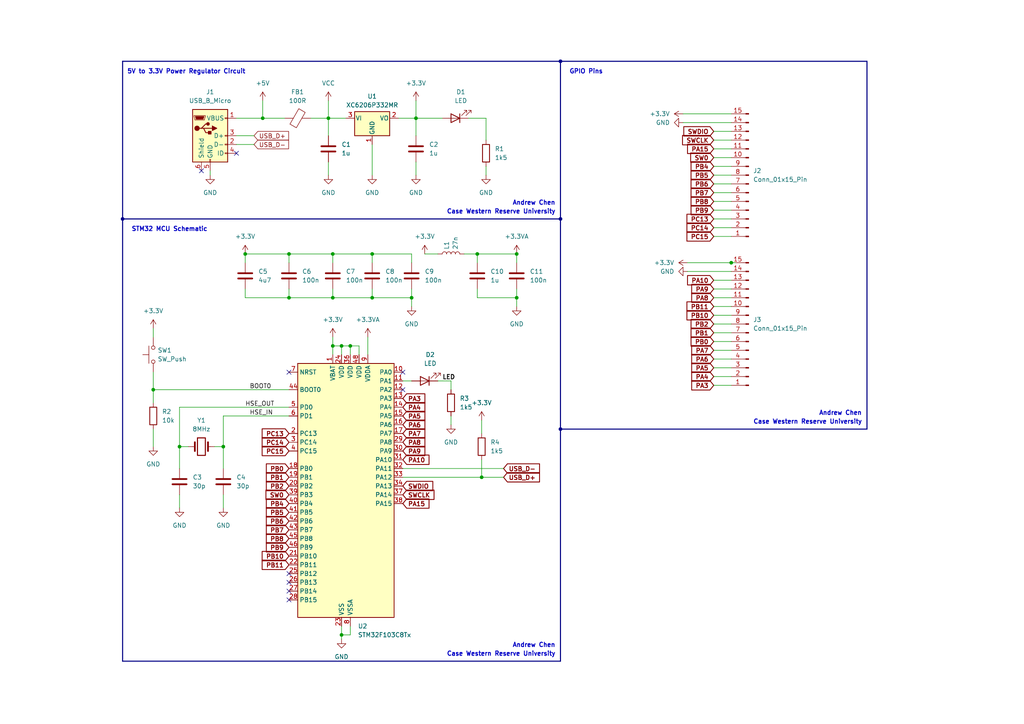
<source format=kicad_sch>
(kicad_sch (version 20230121) (generator eeschema)
  (paper "A4")
  (title_block (title "STM32 MCU Board") (company "Andrew Chen"))
  (lib_symbols
    (symbol "Connector:Conn_01x15_Pin" (pin_names (offset 1.016) hide)
      (property "Reference" "J" (at 0 20.32 0))
      (property "Value" "Conn_01x15_Pin" (at 0 -20.32 0))
      (symbol "Conn_01x15_Pin_1_1"
        (polyline (pts (xy 1.27 -17.78) (xy 0.8636 -17.78)) (stroke (width 0.1524)))
        (polyline (pts (xy 1.27 -15.24) (xy 0.8636 -15.24)) (stroke (width 0.1524)))
        (polyline (pts (xy 1.27 -12.7) (xy 0.8636 -12.7)) (stroke (width 0.1524)))
        (polyline (pts (xy 1.27 -10.16) (xy 0.8636 -10.16)) (stroke (width 0.1524)))
        (polyline (pts (xy 1.27 -7.62) (xy 0.8636 -7.62)) (stroke (width 0.1524)))
        (polyline (pts (xy 1.27 -5.08) (xy 0.8636 -5.08)) (stroke (width 0.1524)))
        (polyline (pts (xy 1.27 -2.54) (xy 0.8636 -2.54)) (stroke (width 0.1524)))
        (polyline (pts (xy 1.27 0) (xy 0.8636 0)) (stroke (width 0.1524)))
        (polyline (pts (xy 1.27 2.54) (xy 0.8636 2.54)) (stroke (width 0.1524)))
        (polyline (pts (xy 1.27 5.08) (xy 0.8636 5.08)) (stroke (width 0.1524)))
        (polyline (pts (xy 1.27 7.62) (xy 0.8636 7.62)) (stroke (width 0.1524)))
        (polyline (pts (xy 1.27 10.16) (xy 0.8636 10.16)) (stroke (width 0.1524)))
        (polyline (pts (xy 1.27 12.7) (xy 0.8636 12.7)) (stroke (width 0.1524)))
        (polyline (pts (xy 1.27 15.24) (xy 0.8636 15.24)) (stroke (width 0.1524)))
        (polyline (pts (xy 1.27 17.78) (xy 0.8636 17.78)) (stroke (width 0.1524)))
        (rectangle (start 0.8636 -17.653) (end 0 -17.907) (stroke (width 0.1524)) (fill (type outline)))
        (rectangle (start 0.8636 -15.113) (end 0 -15.367) (stroke (width 0.1524)) (fill (type outline)))
        (rectangle (start 0.8636 -12.573) (end 0 -12.827) (stroke (width 0.1524)) (fill (type outline)))
        (rectangle (start 0.8636 -10.033) (end 0 -10.287) (stroke (width 0.1524)) (fill (type outline)))
        (rectangle (start 0.8636 -7.493) (end 0 -7.747) (stroke (width 0.1524)) (fill (type outline)))
        (rectangle (start 0.8636 -4.953) (end 0 -5.207) (stroke (width 0.1524)) (fill (type outline)))
        (rectangle (start 0.8636 -2.413) (end 0 -2.667) (stroke (width 0.1524)) (fill (type outline)))
        (rectangle (start 0.8636 0.127) (end 0 -0.127) (stroke (width 0.1524)) (fill (type outline)))
        (rectangle (start 0.8636 2.667) (end 0 2.413) (stroke (width 0.1524)) (fill (type outline)))
        (rectangle (start 0.8636 5.207) (end 0 4.953) (stroke (width 0.1524)) (fill (type outline)))
        (rectangle (start 0.8636 7.747) (end 0 7.493) (stroke (width 0.1524)) (fill (type outline)))
        (rectangle (start 0.8636 10.287) (end 0 10.033) (stroke (width 0.1524)) (fill (type outline)))
        (rectangle (start 0.8636 12.827) (end 0 12.573) (stroke (width 0.1524)) (fill (type outline)))
        (rectangle (start 0.8636 15.367) (end 0 15.113) (stroke (width 0.1524)) (fill (type outline)))
        (rectangle (start 0.8636 17.907) (end 0 17.653) (stroke (width 0.1524)) (fill (type outline)))
        (pin passive line (at 5.08 17.78 180) (length 3.81) (name "Pin_1") (number "1"))
        (pin passive line (at 5.08 -5.08 180) (length 3.81) (name "Pin_10") (number "10"))
        (pin passive line (at 5.08 -7.62 180) (length 3.81) (name "Pin_11") (number "11"))
        (pin passive line (at 5.08 -10.16 180) (length 3.81) (name "Pin_12") (number "12"))
        (pin passive line (at 5.08 -12.7 180) (length 3.81) (name "Pin_13") (number "13"))
        (pin passive line (at 5.08 -15.24 180) (length 3.81) (name "Pin_14") (number "14"))
        (pin passive line (at 5.08 -17.78 180) (length 3.81) (name "Pin_15") (number "15"))
        (pin passive line (at 5.08 15.24 180) (length 3.81) (name "Pin_2") (number "2"))
        (pin passive line (at 5.08 12.7 180) (length 3.81) (name "Pin_3") (number "3"))
        (pin passive line (at 5.08 10.16 180) (length 3.81) (name "Pin_4") (number "4"))
        (pin passive line (at 5.08 7.62 180) (length 3.81) (name "Pin_5") (number "5"))
        (pin passive line (at 5.08 5.08 180) (length 3.81) (name "Pin_6") (number "6"))
        (pin passive line (at 5.08 2.54 180) (length 3.81) (name "Pin_7") (number "7"))
        (pin passive line (at 5.08 0 180) (length 3.81) (name "Pin_8") (number "8"))
        (pin passive line (at 5.08 -2.54 180) (length 3.81) (name "Pin_9") (number "9"))
      )
    )
    (symbol "Connector:USB_B_Micro" (pin_names (offset 1.016))
      (property "Reference" "J" (at -5.08 11.43 0))
      (property "Value" "USB_B_Micro" (at -5.08 8.89 0))
      (symbol "USB_B_Micro_0_1"
        (rectangle (start -5.08 -7.62) (end 5.08 7.62) (stroke (width 0.254)) (fill (type background)))
        (circle (center -3.81 2.159) (radius 0.635) (stroke (width 0.254)) (fill (type outline)))
        (circle (center -0.635 3.429) (radius 0.381) (stroke (width 0.254)) (fill (type outline)))
        (rectangle (start -0.127 -7.62) (end 0.127 -6.858))
        (polyline (pts (xy -1.905 2.159) (xy 0.635 2.159)) (stroke (width 0.254)))
        (polyline (pts (xy -3.175 2.159) (xy -2.54 2.159) (xy -1.27 3.429) (xy -0.635 3.429)) (stroke (width 0.254)))
        (polyline (pts (xy -2.54 2.159) (xy -1.905 2.159) (xy -1.27 0.889) (xy 0 0.889)) (stroke (width 0.254)))
        (polyline (pts (xy 0.635 2.794) (xy 0.635 1.524) (xy 1.905 2.159) (xy 0.635 2.794)) (stroke (width 0.254)) (fill (type outline)))
        (polyline (pts (xy -4.318 5.588) (xy -1.778 5.588) (xy -2.032 4.826) (xy -4.064 4.826) (xy -4.318 5.588)) (fill (type outline)))
        (polyline (pts (xy -4.699 5.842) (xy -4.699 5.588) (xy -4.445 4.826) (xy -4.445 4.572) (xy -1.651 4.572) (xy -1.651 4.826) (xy -1.397 5.588) (xy -1.397 5.842) (xy -4.699 5.842)))
        (rectangle (start 0.254 1.27) (end -0.508 0.508) (stroke (width 0.254)) (fill (type outline)))
        (rectangle (start 5.08 -5.207) (end 4.318 -4.953))
        (rectangle (start 5.08 -2.667) (end 4.318 -2.413))
        (rectangle (start 5.08 -0.127) (end 4.318 0.127))
        (rectangle (start 5.08 4.953) (end 4.318 5.207))
      )
      (symbol "USB_B_Micro_1_1"
        (pin power_out line (at 7.62 5.08 180) (length 2.54) (name "VBUS") (number "1"))
        (pin bidirectional line (at 7.62 -2.54 180) (length 2.54) (name "D-") (number "2"))
        (pin bidirectional line (at 7.62 0 180) (length 2.54) (name "D+") (number "3"))
        (pin passive line (at 7.62 -5.08 180) (length 2.54) (name "ID") (number "4"))
        (pin power_out line (at 0 -10.16 90) (length 2.54) (name "GND") (number "5"))
        (pin passive line (at -2.54 -10.16 90) (length 2.54) (name "Shield") (number "6"))
      )
    )
    (symbol "Device:C" (pin_numbers hide) (pin_names (offset 0.254))
      (property "Reference" "C" (at 0.635 2.54 0))
      (property "Value" "C" (at 0.635 -2.54 0))
      (symbol "C_0_1"
        (polyline (pts (xy -2.032 -0.762) (xy 2.032 -0.762)) (stroke (width 0.508)))
        (polyline (pts (xy -2.032 0.762) (xy 2.032 0.762)) (stroke (width 0.508)))
      )
      (symbol "C_1_1"
        (pin passive line (at 0 3.81 270) (length 2.794) (name "~") (number "1"))
        (pin passive line (at 0 -3.81 90) (length 2.794) (name "~") (number "2"))
      )
    )
    (symbol "Device:Crystal" (pin_numbers hide) (pin_names (offset 1.016) hide)
      (property "Reference" "Y" (at 0 3.81 0))
      (property "Value" "Crystal" (at 0 -3.81 0))
      (symbol "Crystal_0_1"
        (rectangle (start -1.143 2.54) (end 1.143 -2.54) (stroke (width 0.3048)))
        (polyline (pts (xy -2.54 0) (xy -1.905 0)))
        (polyline (pts (xy -1.905 -1.27) (xy -1.905 1.27)) (stroke (width 0.508)))
        (polyline (pts (xy 1.905 -1.27) (xy 1.905 1.27)) (stroke (width 0.508)))
        (polyline (pts (xy 2.54 0) (xy 1.905 0)))
      )
      (symbol "Crystal_1_1"
        (pin passive line (at -3.81 0 0) (length 1.27) (name "1") (number "1"))
        (pin passive line (at 3.81 0 180) (length 1.27) (name "2") (number "2"))
      )
    )
    (symbol "Device:FerriteBead" (pin_numbers hide) (pin_names (offset 0))
      (property "Reference" "FB" (at -3.81 0.635 90))
      (property "Value" "FerriteBead" (at 3.81 0 90))
      (symbol "FerriteBead_0_1"
        (polyline (pts (xy 0 -1.27) (xy 0 -1.2192)))
        (polyline (pts (xy 0 1.27) (xy 0 1.2954)))
        (polyline (pts (xy -2.7686 0.4064) (xy -1.7018 2.2606) (xy 2.7686 -0.3048) (xy 1.6764 -2.159) (xy -2.7686 0.4064)))
      )
      (symbol "FerriteBead_1_1"
        (pin passive line (at 0 3.81 270) (length 2.54) (name "~") (number "1"))
        (pin passive line (at 0 -3.81 90) (length 2.54) (name "~") (number "2"))
      )
    )
    (symbol "Device:L" (pin_numbers hide) (pin_names (offset 1.016) hide)
      (property "Reference" "L" (at -1.27 0 90))
      (property "Value" "L" (at 1.905 0 90))
      (symbol "L_0_1"
        (arc (start 0 -2.54) (mid 0.6323 -1.905) (end 0 -1.27))
        (arc (start 0 -1.27) (mid 0.6323 -0.635) (end 0 0))
        (arc (start 0 0) (mid 0.6323 0.635) (end 0 1.27))
        (arc (start 0 1.27) (mid 0.6323 1.905) (end 0 2.54))
      )
      (symbol "L_1_1"
        (pin passive line (at 0 3.81 270) (length 1.27) (name "1") (number "1"))
        (pin passive line (at 0 -3.81 90) (length 1.27) (name "2") (number "2"))
      )
    )
    (symbol "Device:LED" (pin_numbers hide) (pin_names (offset 1.016) hide)
      (property "Reference" "D" (at 0 2.54 0))
      (property "Value" "LED" (at 0 -2.54 0))
      (symbol "LED_0_1"
        (polyline (pts (xy -1.27 -1.27) (xy -1.27 1.27)) (stroke (width 0.254)))
        (polyline (pts (xy -1.27 0) (xy 1.27 0)))
        (polyline (pts (xy 1.27 -1.27) (xy 1.27 1.27) (xy -1.27 0) (xy 1.27 -1.27)) (stroke (width 0.254)))
        (polyline (pts (xy -3.048 -0.762) (xy -4.572 -2.286) (xy -3.81 -2.286) (xy -4.572 -2.286) (xy -4.572 -1.524)))
        (polyline (pts (xy -1.778 -0.762) (xy -3.302 -2.286) (xy -2.54 -2.286) (xy -3.302 -2.286) (xy -3.302 -1.524)))
      )
      (symbol "LED_1_1"
        (pin passive line (at -3.81 0 0) (length 2.54) (name "K") (number "1"))
        (pin passive line (at 3.81 0 180) (length 2.54) (name "A") (number "2"))
      )
    )
    (symbol "Device:R" (pin_numbers hide) (pin_names (offset 0))
      (property "Reference" "R" (at 2.032 0 90))
      (property "Value" "R" (at 0 0 90))
      (symbol "R_0_1"
        (rectangle (start -1.016 -2.54) (end 1.016 2.54) (stroke (width 0.254)))
      )
      (symbol "R_1_1"
        (pin passive line (at 0 3.81 270) (length 1.27) (name "~") (number "1"))
        (pin passive line (at 0 -3.81 90) (length 1.27) (name "~") (number "2"))
      )
    )
    (symbol "MCU_ST_STM32F1:STM32F103C8Tx"
      (property "Reference" "U" (at -12.7 39.37 0))
      (property "Value" "STM32F103C8Tx" (at 10.16 39.37 0))
      (symbol "STM32F103C8Tx_0_1"
        (rectangle (start -12.7 -35.56) (end 15.24 38.1) (stroke (width 0.254)) (fill (type background)))
      )
      (symbol "STM32F103C8Tx_1_1"
        (pin power_in line (at -2.54 40.64 270) (length 2.54) (name "VBAT") (number "1"))
        (pin bidirectional line (at 17.78 35.56 180) (length 2.54) (name "PA0") (number "10"))
        (pin bidirectional line (at 17.78 33.02 180) (length 2.54) (name "PA1") (number "11"))
        (pin bidirectional line (at 17.78 30.48 180) (length 2.54) (name "PA2") (number "12"))
        (pin bidirectional line (at 17.78 27.94 180) (length 2.54) (name "PA3") (number "13"))
        (pin bidirectional line (at 17.78 25.4 180) (length 2.54) (name "PA4") (number "14"))
        (pin bidirectional line (at 17.78 22.86 180) (length 2.54) (name "PA5") (number "15"))
        (pin bidirectional line (at 17.78 20.32 180) (length 2.54) (name "PA6") (number "16"))
        (pin bidirectional line (at 17.78 17.78 180) (length 2.54) (name "PA7") (number "17"))
        (pin bidirectional line (at -15.24 7.62 0) (length 2.54) (name "PB0") (number "18"))
        (pin bidirectional line (at -15.24 5.08 0) (length 2.54) (name "PB1") (number "19"))
        (pin bidirectional line (at -15.24 17.78 0) (length 2.54) (name "PC13") (number "2"))
        (pin bidirectional line (at -15.24 2.54 0) (length 2.54) (name "PB2") (number "20"))
        (pin bidirectional line (at -15.24 -17.78 0) (length 2.54) (name "PB10") (number "21"))
        (pin bidirectional line (at -15.24 -20.32 0) (length 2.54) (name "PB11") (number "22"))
        (pin power_in line (at 0 -38.1 90) (length 2.54) (name "VSS") (number "23"))
        (pin power_in line (at 0 40.64 270) (length 2.54) (name "VDD") (number "24"))
        (pin bidirectional line (at -15.24 -22.86 0) (length 2.54) (name "PB12") (number "25"))
        (pin bidirectional line (at -15.24 -25.4 0) (length 2.54) (name "PB13") (number "26"))
        (pin bidirectional line (at -15.24 -27.94 0) (length 2.54) (name "PB14") (number "27"))
        (pin bidirectional line (at -15.24 -30.48 0) (length 2.54) (name "PB15") (number "28"))
        (pin bidirectional line (at 17.78 15.24 180) (length 2.54) (name "PA8") (number "29"))
        (pin bidirectional line (at -15.24 15.24 0) (length 2.54) (name "PC14") (number "3"))
        (pin bidirectional line (at 17.78 12.7 180) (length 2.54) (name "PA9") (number "30"))
        (pin bidirectional line (at 17.78 10.16 180) (length 2.54) (name "PA10") (number "31"))
        (pin bidirectional line (at 17.78 7.62 180) (length 2.54) (name "PA11") (number "32"))
        (pin bidirectional line (at 17.78 5.08 180) (length 2.54) (name "PA12") (number "33"))
        (pin bidirectional line (at 17.78 2.54 180) (length 2.54) (name "PA13") (number "34"))
        (pin passive line (at 0 -38.1 90) (length 2.54) hide (name "VSS") (number "35"))
        (pin power_in line (at 2.54 40.64 270) (length 2.54) (name "VDD") (number "36"))
        (pin bidirectional line (at 17.78 0 180) (length 2.54) (name "PA14") (number "37"))
        (pin bidirectional line (at 17.78 -2.54 180) (length 2.54) (name "PA15") (number "38"))
        (pin bidirectional line (at -15.24 0 0) (length 2.54) (name "PB3") (number "39"))
        (pin bidirectional line (at -15.24 12.7 0) (length 2.54) (name "PC15") (number "4"))
        (pin bidirectional line (at -15.24 -2.54 0) (length 2.54) (name "PB4") (number "40"))
        (pin bidirectional line (at -15.24 -5.08 0) (length 2.54) (name "PB5") (number "41"))
        (pin bidirectional line (at -15.24 -7.62 0) (length 2.54) (name "PB6") (number "42"))
        (pin bidirectional line (at -15.24 -10.16 0) (length 2.54) (name "PB7") (number "43"))
        (pin input line (at -15.24 30.48 0) (length 2.54) (name "BOOT0") (number "44"))
        (pin bidirectional line (at -15.24 -12.7 0) (length 2.54) (name "PB8") (number "45"))
        (pin bidirectional line (at -15.24 -15.24 0) (length 2.54) (name "PB9") (number "46"))
        (pin passive line (at 0 -38.1 90) (length 2.54) hide (name "VSS") (number "47"))
        (pin power_in line (at 5.08 40.64 270) (length 2.54) (name "VDD") (number "48"))
        (pin bidirectional line (at -15.24 25.4 0) (length 2.54) (name "PD0") (number "5"))
        (pin bidirectional line (at -15.24 22.86 0) (length 2.54) (name "PD1") (number "6"))
        (pin input line (at -15.24 35.56 0) (length 2.54) (name "NRST") (number "7"))
        (pin power_in line (at 2.54 -38.1 90) (length 2.54) (name "VSSA") (number "8"))
        (pin power_in line (at 7.62 40.64 270) (length 2.54) (name "VDDA") (number "9"))
      )
    )
    (symbol "Regulator_Linear:XC6206PxxxMR" (pin_names (offset 0.254))
      (property "Reference" "U" (at -3.81 3.175 0))
      (property "Value" "XC6206PxxxMR" (at 0 3.175 0))
      (symbol "XC6206PxxxMR_0_1"
        (rectangle (start -5.08 1.905) (end 5.08 -5.08) (stroke (width 0.254)) (fill (type background)))
      )
      (symbol "XC6206PxxxMR_1_1"
        (pin power_in line (at 0 -7.62 90) (length 2.54) (name "GND") (number "1"))
        (pin power_out line (at 7.62 0 180) (length 2.54) (name "VO") (number "2"))
        (pin power_in line (at -7.62 0 0) (length 2.54) (name "VI") (number "3"))
      )
    )
    (symbol "Switch:SW_Push" (pin_numbers hide) (pin_names (offset 1.016) hide)
      (property "Reference" "SW" (at 1.27 2.54 0))
      (property "Value" "SW_Push" (at 0 -1.524 0))
      (symbol "SW_Push_0_1"
        (circle (center -2.032 0) (radius 0.508))
        (polyline (pts (xy 0 1.27) (xy 0 3.048)))
        (polyline (pts (xy 2.54 1.27) (xy -2.54 1.27)))
        (circle (center 2.032 0) (radius 0.508))
        (pin passive line (at -5.08 0 0) (length 2.54) (name "1") (number "1"))
        (pin passive line (at 5.08 0 180) (length 2.54) (name "2") (number "2"))
      )
    )
    (symbol "power:+3.3V" (power) (pin_names (offset 0))
      (property "Value" "+3.3V" (at 0 3.556 0))
      (symbol "+3.3V_0_1"
        (polyline (pts (xy -0.762 1.27) (xy 0 2.54)))
        (polyline (pts (xy 0 0) (xy 0 2.54)))
        (polyline (pts (xy 0 2.54) (xy 0.762 1.27)))
      )
      (symbol "+3.3V_1_1"
        (pin power_in line (at 0 0 90) (length 0) hide (name "+3.3V") (number "1"))
      )
    )
    (symbol "power:+3.3VA" (power) (pin_names (offset 0))
      (property "Value" "+3.3VA" (at 0 3.556 0))
      (symbol "+3.3VA_0_1"
        (polyline (pts (xy -0.762 1.27) (xy 0 2.54)))
        (polyline (pts (xy 0 0) (xy 0 2.54)))
        (polyline (pts (xy 0 2.54) (xy 0.762 1.27)))
      )
      (symbol "+3.3VA_1_1"
        (pin power_in line (at 0 0 90) (length 0) hide (name "+3.3VA") (number "1"))
      )
    )
    (symbol "power:+5V" (power) (pin_names (offset 0))
      (property "Value" "+5V" (at 0 3.556 0))
      (symbol "+5V_0_1"
        (polyline (pts (xy -0.762 1.27) (xy 0 2.54)))
        (polyline (pts (xy 0 0) (xy 0 2.54)))
        (polyline (pts (xy 0 2.54) (xy 0.762 1.27)))
      )
      (symbol "+5V_1_1"
        (pin power_in line (at 0 0 90) (length 0) hide (name "+5V") (number "1"))
      )
    )
    (symbol "power:GND" (power) (pin_names (offset 0))
      (property "Value" "GND" (at 0 -3.81 0))
      (symbol "GND_0_1"
        (polyline (pts (xy 0 0) (xy 0 -1.27) (xy 1.27 -1.27) (xy 0 -2.54) (xy -1.27 -1.27) (xy 0 -1.27)))
      )
      (symbol "GND_1_1"
        (pin power_in line (at 0 0 270) (length 0) hide (name "GND") (number "1"))
      )
    )
    (symbol "power:VCC" (power) (pin_names (offset 0))
      (property "Value" "VCC" (at 0 3.81 0))
      (symbol "VCC_0_1"
        (polyline (pts (xy -0.762 1.27) (xy 0 2.54)))
        (polyline (pts (xy 0 0) (xy 0 2.54)))
        (polyline (pts (xy 0 2.54) (xy 0.762 1.27)))
      )
      (symbol "VCC_1_1"
        (pin power_in line (at 0 0 90) (length 0) hide (name "VCC") (number "1"))
      )
    )
  )
  (junction (at 44.45 113.03))
  (junction (at 212.09 76.2))
  (junction (at 107.95 86.36))
  (junction (at 149.86 86.36))
  (junction (at 76.2 34.29))
  (junction (at 99.06 100.33))
  (junction (at 52.07 129.54))
  (junction (at 162.56 63.5))
  (junction (at 138.43 73.66))
  (junction (at 96.52 86.36))
  (junction (at 64.77 129.54))
  (junction (at 162.56 124.46))
  (junction (at 107.95 73.66))
  (junction (at 119.38 86.36))
  (junction (at 149.86 73.66))
  (junction (at 139.7 138.43))
  (junction (at 120.65 34.29))
  (junction (at 96.52 100.33))
  (junction (at 96.52 73.66))
  (junction (at 101.6 100.33))
  (junction (at 35.56 63.5))
  (junction (at 83.82 73.66))
  (junction (at 95.25 34.29))
  (junction (at 99.06 184.15))
  (junction (at 162.56 17.78))
  (junction (at 83.82 86.36))
  (junction (at 71.12 73.66))
  (no_connect (at 68.58 44.45))
  (no_connect (at 83.82 173.99))
  (no_connect (at 83.82 107.95))
  (no_connect (at 116.84 113.03))
  (no_connect (at 83.82 171.45))
  (no_connect (at 116.84 107.95))
  (no_connect (at 83.82 168.91))
  (no_connect (at 83.82 166.37))
  (no_connect (at 58.42 49.53))
  (wire (pts (xy 99.06 184.15) (xy 99.06 185.42)))
  (wire (pts (xy 119.38 86.36) (xy 119.38 88.9)))
  (wire (pts (xy 101.6 102.87) (xy 101.6 100.33)))
  (wire (pts (xy 68.58 34.29) (xy 76.2 34.29)))
  (wire (pts (xy 198.12 33.02) (xy 212.09 33.02)))
  (wire (pts (xy 68.58 41.91) (xy 73.66 41.91)))
  (wire (pts (xy 95.25 46.99) (xy 95.25 50.8)))
  (wire (pts (xy 127 110.49) (xy 130.81 110.49)))
  (wire (pts (xy 130.81 110.49) (xy 130.81 113.03)))
  (wire (pts (xy 207.01 101.6) (xy 212.09 101.6)))
  (wire (pts (xy 207.01 111.76) (xy 212.09 111.76)))
  (wire (pts (xy 107.95 41.91) (xy 107.95 50.8)))
  (wire (pts (xy 139.7 138.43) (xy 146.05 138.43)))
  (wire (pts (xy 83.82 73.66) (xy 96.52 73.66)))
  (wire (pts (xy 64.77 120.65) (xy 83.82 120.65)))
  (wire (pts (xy 135.89 34.29) (xy 140.97 34.29)))
  (wire (pts (xy 99.06 102.87) (xy 99.06 100.33)))
  (wire (pts (xy 52.07 118.11) (xy 83.82 118.11)))
  (wire (pts (xy 99.06 181.61) (xy 99.06 184.15)))
  (wire (pts (xy 138.43 86.36) (xy 149.86 86.36)))
  (wire (pts (xy 207.01 53.34) (xy 212.09 53.34)))
  (wire (pts (xy 52.07 135.89) (xy 52.07 129.54)))
  (wire (pts (xy 207.01 104.14) (xy 212.09 104.14)))
  (wire (pts (xy 207.01 93.98) (xy 212.09 93.98)))
  (wire (pts (xy 120.65 29.21) (xy 120.65 34.29)))
  (wire (pts (xy 83.82 73.66) (xy 71.12 73.66)))
  (wire (pts (xy 130.81 120.65) (xy 130.81 123.19)))
  (wire (pts (xy 106.68 97.79) (xy 106.68 102.87)))
  (wire (pts (xy 83.82 76.2) (xy 83.82 73.66)))
  (wire (pts (xy 207.01 109.22) (xy 212.09 109.22)))
  (wire (pts (xy 44.45 95.25) (xy 44.45 97.79)))
  (wire (pts (xy 119.38 83.82) (xy 119.38 86.36)))
  (wire (pts (xy 101.6 181.61) (xy 101.6 184.15)))
  (wire (pts (xy 207.01 50.8) (xy 212.09 50.8)))
  (wire (pts (xy 95.25 34.29) (xy 100.33 34.29)))
  (wire (pts (xy 64.77 129.54) (xy 64.77 120.65)))
  (wire (pts (xy 207.01 45.72) (xy 212.09 45.72)))
  (wire (pts (xy 199.39 76.2) (xy 212.09 76.2)))
  (wire (pts (xy 119.38 76.2) (xy 119.38 73.66)))
  (bus (pts (xy 162.56 17.78) (xy 251.46 17.78)))
  (wire (pts (xy 71.12 86.36) (xy 83.82 86.36)))
  (wire (pts (xy 140.97 48.26) (xy 140.97 50.8)))
  (wire (pts (xy 134.62 73.66) (xy 138.43 73.66)))
  (wire (pts (xy 207.01 91.44) (xy 212.09 91.44)))
  (wire (pts (xy 120.65 39.37) (xy 120.65 34.29)))
  (bus (pts (xy 162.56 63.5) (xy 162.56 17.78)))
  (bus (pts (xy 251.46 124.46) (xy 162.56 124.46)))
  (wire (pts (xy 96.52 97.79) (xy 96.52 100.33)))
  (wire (pts (xy 207.01 43.18) (xy 212.09 43.18)))
  (wire (pts (xy 207.01 106.68) (xy 212.09 106.68)))
  (wire (pts (xy 199.39 78.74) (xy 212.09 78.74)))
  (wire (pts (xy 120.65 34.29) (xy 115.57 34.29)))
  (wire (pts (xy 96.52 100.33) (xy 96.52 102.87)))
  (wire (pts (xy 104.14 102.87) (xy 104.14 100.33)))
  (wire (pts (xy 207.01 81.28) (xy 212.09 81.28)))
  (wire (pts (xy 149.86 83.82) (xy 149.86 86.36)))
  (wire (pts (xy 207.01 96.52) (xy 212.09 96.52)))
  (wire (pts (xy 90.17 34.29) (xy 95.25 34.29)))
  (wire (pts (xy 138.43 73.66) (xy 149.86 73.66)))
  (wire (pts (xy 44.45 124.46) (xy 44.45 129.54)))
  (bus (pts (xy 35.56 17.78) (xy 35.56 63.5)))
  (bus (pts (xy 35.56 63.5) (xy 35.56 191.77)))
  (wire (pts (xy 207.01 83.82) (xy 212.09 83.82)))
  (wire (pts (xy 96.52 100.33) (xy 99.06 100.33)))
  (bus (pts (xy 162.56 124.46) (xy 162.56 63.5)))
  (wire (pts (xy 116.84 110.49) (xy 119.38 110.49)))
  (wire (pts (xy 120.65 34.29) (xy 128.27 34.29)))
  (wire (pts (xy 149.86 73.66) (xy 149.86 76.2)))
  (wire (pts (xy 139.7 121.92) (xy 139.7 125.73)))
  (wire (pts (xy 207.01 88.9) (xy 212.09 88.9)))
  (wire (pts (xy 52.07 143.51) (xy 52.07 147.32)))
  (wire (pts (xy 83.82 83.82) (xy 83.82 86.36)))
  (bus (pts (xy 162.56 17.78) (xy 35.56 17.78)))
  (wire (pts (xy 52.07 129.54) (xy 52.07 118.11)))
  (wire (pts (xy 207.01 66.04) (xy 212.09 66.04)))
  (wire (pts (xy 52.07 129.54) (xy 54.61 129.54)))
  (wire (pts (xy 96.52 76.2) (xy 96.52 73.66)))
  (wire (pts (xy 138.43 73.66) (xy 138.43 76.2)))
  (wire (pts (xy 95.25 34.29) (xy 95.25 39.37)))
  (wire (pts (xy 107.95 76.2) (xy 107.95 73.66)))
  (wire (pts (xy 107.95 86.36) (xy 119.38 86.36)))
  (wire (pts (xy 212.09 76.2) (xy 213.36 76.2)))
  (wire (pts (xy 207.01 40.64) (xy 212.09 40.64)))
  (wire (pts (xy 44.45 113.03) (xy 83.82 113.03)))
  (wire (pts (xy 123.19 73.66) (xy 127 73.66)))
  (wire (pts (xy 120.65 46.99) (xy 120.65 50.8)))
  (wire (pts (xy 138.43 83.82) (xy 138.43 86.36)))
  (wire (pts (xy 64.77 135.89) (xy 64.77 129.54)))
  (wire (pts (xy 207.01 58.42) (xy 212.09 58.42)))
  (bus (pts (xy 35.56 191.77) (xy 162.56 191.77)))
  (wire (pts (xy 119.38 73.66) (xy 107.95 73.66)))
  (wire (pts (xy 149.86 86.36) (xy 149.86 88.9)))
  (wire (pts (xy 116.84 138.43) (xy 139.7 138.43)))
  (wire (pts (xy 139.7 133.35) (xy 139.7 138.43)))
  (wire (pts (xy 207.01 68.58) (xy 212.09 68.58)))
  (wire (pts (xy 101.6 100.33) (xy 99.06 100.33)))
  (wire (pts (xy 107.95 73.66) (xy 96.52 73.66)))
  (wire (pts (xy 44.45 107.95) (xy 44.45 113.03)))
  (wire (pts (xy 107.95 83.82) (xy 107.95 86.36)))
  (wire (pts (xy 71.12 73.66) (xy 71.12 76.2)))
  (wire (pts (xy 71.12 83.82) (xy 71.12 86.36)))
  (wire (pts (xy 104.14 100.33) (xy 101.6 100.33)))
  (wire (pts (xy 44.45 113.03) (xy 44.45 116.84)))
  (wire (pts (xy 116.84 135.89) (xy 146.05 135.89)))
  (wire (pts (xy 96.52 83.82) (xy 96.52 86.36)))
  (wire (pts (xy 207.01 55.88) (xy 212.09 55.88)))
  (wire (pts (xy 60.96 49.53) (xy 60.96 50.8)))
  (wire (pts (xy 99.06 184.15) (xy 101.6 184.15)))
  (wire (pts (xy 207.01 99.06) (xy 212.09 99.06)))
  (wire (pts (xy 207.01 48.26) (xy 212.09 48.26)))
  (wire (pts (xy 95.25 29.21) (xy 95.25 34.29)))
  (wire (pts (xy 62.23 129.54) (xy 64.77 129.54)))
  (wire (pts (xy 207.01 60.96) (xy 212.09 60.96)))
  (wire (pts (xy 76.2 34.29) (xy 82.55 34.29)))
  (wire (pts (xy 207.01 38.1) (xy 212.09 38.1)))
  (wire (pts (xy 68.58 39.37) (xy 73.66 39.37)))
  (wire (pts (xy 140.97 34.29) (xy 140.97 40.64)))
  (wire (pts (xy 76.2 29.21) (xy 76.2 34.29)))
  (wire (pts (xy 207.01 86.36) (xy 212.09 86.36)))
  (bus (pts (xy 162.56 191.77) (xy 162.56 124.46)))
  (wire (pts (xy 96.52 86.36) (xy 107.95 86.36)))
  (wire (pts (xy 198.12 35.56) (xy 212.09 35.56)))
  (bus (pts (xy 251.46 17.78) (xy 251.46 124.46)))
  (bus (pts (xy 35.56 63.5) (xy 162.56 63.5)))
  (wire (pts (xy 207.01 63.5) (xy 212.09 63.5)))
  (wire (pts (xy 64.77 143.51) (xy 64.77 147.32)))
  (wire (pts (xy 83.82 86.36) (xy 96.52 86.36)))
  (text "5V to 3.3V Power Regulator Circuit\n" (at 36.83 21.59 0) (effects (font (size 1.27 1.27) (thickness 0.254) bold) (justify left bottom)))
  (text "Case Western Reserve University\n" (at 129.54 190.5 0) (effects (font (size 1.27 1.27) bold) (justify left bottom)))
  (text "Case Western Reserve University\n" (at 218.44 123.19 0) (effects (font (size 1.27 1.27) bold) (justify left bottom)))
  (text "STM32 MCU Schematic\n" (at 38.1 67.31 0) (effects (font (size 1.27 1.27) bold) (justify left bottom)))
  (text "Andrew Chen" (at 148.59 59.69 0) (effects (font (size 1.27 1.27) bold) (justify left bottom)))
  (text "Andrew Chen" (at 237.49 120.65 0) (effects (font (size 1.27 1.27) bold) (justify left bottom)))
  (text "Andrew Chen" (at 148.59 187.96 0) (effects (font (size 1.27 1.27) bold) (justify left bottom)))
  (text "Case Western Reserve University\n" (at 129.54 62.23 0) (effects (font (size 1.27 1.27) bold) (justify left bottom)))
  (text "GPIO Pins\n" (at 165.1 21.59 0) (effects (font (size 1.27 1.27) bold) (justify left bottom)))
  (label "LED" (at 128.27 110.49 0) (effects (font bold)))
  (label "BOOT0" (at 72.39 113.03 0))
  (label "HSE_OUT" (at 71.12 118.11 0))
  (label "HSE_IN" (at 72.39 120.65 0))
  (global_label "PA15" (shape input) (at 116.84 146.05 0) (effects (font bold)) (property "Intersheetrefs" "${INTERSHEET_REFS}" (effects hide)))
  (global_label "PB5" (shape input) (at 207.01 50.8 180) (effects (font bold)) (property "Intersheetrefs" "${INTERSHEET_REFS}" (effects hide)))
  (global_label "PB9" (shape input) (at 83.82 158.75 180) (effects (font bold)) (property "Intersheetrefs" "${INTERSHEET_REFS}" (effects hide)))
  (global_label "PB11" (shape input) (at 83.82 163.83 180) (effects (font bold)) (property "Intersheetrefs" "${INTERSHEET_REFS}" (effects hide)))
  (global_label "PB8" (shape input) (at 207.01 58.42 180) (effects (font bold)) (property "Intersheetrefs" "${INTERSHEET_REFS}" (effects hide)))
  (global_label "PA10" (shape input) (at 116.84 133.35 0) (effects (font bold)) (property "Intersheetrefs" "${INTERSHEET_REFS}" (effects hide)))
  (global_label "PA10" (shape input) (at 207.01 81.28 180) (effects (font bold)) (property "Intersheetrefs" "${INTERSHEET_REFS}" (effects hide)))
  (global_label "USB_D-" (shape input) (at 146.05 135.89 0) (effects (font (thickness 0.254) bold)) (property "Intersheetrefs" "${INTERSHEET_REFS}" (effects hide)))
  (global_label "PB10" (shape input) (at 207.01 91.44 180) (effects (font bold)) (property "Intersheetrefs" "${INTERSHEET_REFS}" (effects hide)))
  (global_label "PC13" (shape input) (at 83.82 125.73 180) (effects (font bold)) (property "Intersheetrefs" "${INTERSHEET_REFS}" (effects hide)))
  (global_label "PC14" (shape input) (at 83.82 128.27 180) (effects (font bold)) (property "Intersheetrefs" "${INTERSHEET_REFS}" (effects hide)))
  (global_label "PC14" (shape input) (at 207.01 66.04 180) (effects (font bold)) (property "Intersheetrefs" "${INTERSHEET_REFS}" (effects hide)))
  (global_label "PA4" (shape input) (at 116.84 118.11 0) (effects (font bold)) (property "Intersheetrefs" "${INTERSHEET_REFS}" (effects hide)))
  (global_label "PB11" (shape input) (at 207.01 88.9 180) (effects (font bold)) (property "Intersheetrefs" "${INTERSHEET_REFS}" (effects hide)))
  (global_label "USB_D+" (shape input) (at 146.05 138.43 0) (effects (font (thickness 0.254) bold)) (property "Intersheetrefs" "${INTERSHEET_REFS}" (effects hide)))
  (global_label "PB2" (shape input) (at 83.82 140.97 180) (effects (font bold)) (property "Intersheetrefs" "${INTERSHEET_REFS}" (effects hide)))
  (global_label "SWCLK" (shape input) (at 207.01 40.64 180) (effects (font bold)) (property "Intersheetrefs" "${INTERSHEET_REFS}" (effects hide)))
  (global_label "PA5" (shape input) (at 116.84 120.65 0) (effects (font bold)) (property "Intersheetrefs" "${INTERSHEET_REFS}" (effects hide)))
  (global_label "PA6" (shape input) (at 116.84 123.19 0) (effects (font bold)) (property "Intersheetrefs" "${INTERSHEET_REFS}" (effects hide)))
  (global_label "PA8" (shape input) (at 116.84 128.27 0) (effects (font bold)) (property "Intersheetrefs" "${INTERSHEET_REFS}" (effects hide)))
  (global_label "PA3" (shape input) (at 116.84 115.57 0) (effects (font bold)) (property "Intersheetrefs" "${INTERSHEET_REFS}" (effects hide)))
  (global_label "PA4" (shape input) (at 207.01 109.22 180) (effects (font bold)) (property "Intersheetrefs" "${INTERSHEET_REFS}" (effects hide)))
  (global_label "PB1" (shape input) (at 207.01 96.52 180) (effects (font bold)) (property "Intersheetrefs" "${INTERSHEET_REFS}" (effects hide)))
  (global_label "SWDIO" (shape input) (at 116.84 140.97 0) (effects (font bold)) (property "Intersheetrefs" "${INTERSHEET_REFS}" (effects hide)))
  (global_label "USB_D-" (shape input) (at 73.66 41.91 0) (property "Intersheetrefs" "${INTERSHEET_REFS}" (effects hide)))
  (global_label "SWDIO" (shape input) (at 207.01 38.1 180) (effects (font bold)) (property "Intersheetrefs" "${INTERSHEET_REFS}" (effects hide)))
  (global_label "PA7" (shape input) (at 116.84 125.73 0) (effects (font bold)) (property "Intersheetrefs" "${INTERSHEET_REFS}" (effects hide)))
  (global_label "PC15" (shape input) (at 207.01 68.58 180) (effects (font bold)) (property "Intersheetrefs" "${INTERSHEET_REFS}" (effects hide)))
  (global_label "PC13" (shape input) (at 207.01 63.5 180) (effects (font bold)) (property "Intersheetrefs" "${INTERSHEET_REFS}" (effects hide)))
  (global_label "PB0" (shape input) (at 83.82 135.89 180) (effects (font bold)) (property "Intersheetrefs" "${INTERSHEET_REFS}" (effects hide)))
  (global_label "PA9" (shape input) (at 207.01 83.82 180) (effects (font bold)) (property "Intersheetrefs" "${INTERSHEET_REFS}" (effects hide)))
  (global_label "PB8" (shape input) (at 83.82 156.21 180) (effects (font bold)) (property "Intersheetrefs" "${INTERSHEET_REFS}" (effects hide)))
  (global_label "SW0" (shape input) (at 207.01 45.72 180) (effects (font bold)) (property "Intersheetrefs" "${INTERSHEET_REFS}" (effects hide)))
  (global_label "PA9" (shape input) (at 116.84 130.81 0) (effects (font bold)) (property "Intersheetrefs" "${INTERSHEET_REFS}" (effects hide)))
  (global_label "PA15" (shape input) (at 207.01 43.18 180) (effects (font bold)) (property "Intersheetrefs" "${INTERSHEET_REFS}" (effects hide)))
  (global_label "PB6" (shape input) (at 207.01 53.34 180) (effects (font bold)) (property "Intersheetrefs" "${INTERSHEET_REFS}" (effects hide)))
  (global_label "PA3" (shape input) (at 207.01 111.76 180) (effects (font bold)) (property "Intersheetrefs" "${INTERSHEET_REFS}" (effects hide)))
  (global_label "PB5" (shape input) (at 83.82 148.59 180) (effects (font bold)) (property "Intersheetrefs" "${INTERSHEET_REFS}" (effects hide)))
  (global_label "PB7" (shape input) (at 83.82 153.67 180) (effects (font bold)) (property "Intersheetrefs" "${INTERSHEET_REFS}" (effects hide)))
  (global_label "PA7" (shape input) (at 207.01 101.6 180) (effects (font bold)) (property "Intersheetrefs" "${INTERSHEET_REFS}" (effects hide)))
  (global_label "PB10" (shape input) (at 83.82 161.29 180) (effects (font bold)) (property "Intersheetrefs" "${INTERSHEET_REFS}" (effects hide)))
  (global_label "PA8" (shape input) (at 207.01 86.36 180) (effects (font bold)) (property "Intersheetrefs" "${INTERSHEET_REFS}" (effects hide)))
  (global_label "USB_D+" (shape input) (at 73.66 39.37 0) (property "Intersheetrefs" "${INTERSHEET_REFS}" (effects hide)))
  (global_label "PB7" (shape input) (at 207.01 55.88 180) (effects (font bold)) (property "Intersheetrefs" "${INTERSHEET_REFS}" (effects hide)))
  (global_label "PB1" (shape input) (at 83.82 138.43 180) (effects (font bold)) (property "Intersheetrefs" "${INTERSHEET_REFS}" (effects hide)))
  (global_label "PB2" (shape input) (at 207.01 93.98 180) (effects (font bold)) (property "Intersheetrefs" "${INTERSHEET_REFS}" (effects hide)))
  (global_label "SW0" (shape input) (at 83.82 143.51 180) (effects (font bold)) (property "Intersheetrefs" "${INTERSHEET_REFS}" (effects hide)))
  (global_label "PB4" (shape input) (at 83.82 146.05 180) (effects (font bold)) (property "Intersheetrefs" "${INTERSHEET_REFS}" (effects hide)))
  (global_label "PC15" (shape input) (at 83.82 130.81 180) (effects (font bold)) (property "Intersheetrefs" "${INTERSHEET_REFS}" (effects hide)))
  (global_label "PA6" (shape input) (at 207.01 104.14 180) (effects (font bold)) (property "Intersheetrefs" "${INTERSHEET_REFS}" (effects hide)))
  (global_label "PB9" (shape input) (at 207.01 60.96 180) (effects (font bold)) (property "Intersheetrefs" "${INTERSHEET_REFS}" (effects hide)))
  (global_label "SWCLK" (shape input) (at 116.84 143.51 0) (effects (font bold)) (property "Intersheetrefs" "${INTERSHEET_REFS}" (effects hide)))
  (global_label "PB4" (shape input) (at 207.01 48.26 180) (effects (font bold)) (property "Intersheetrefs" "${INTERSHEET_REFS}" (effects hide)))
  (global_label "PB0" (shape input) (at 207.01 99.06 180) (effects (font bold)) (property "Intersheetrefs" "${INTERSHEET_REFS}" (effects hide)))
  (global_label "PA5" (shape input) (at 207.01 106.68 180) (effects (font bold)) (property "Intersheetrefs" "${INTERSHEET_REFS}" (effects hide)))
  (global_label "PB6" (shape input) (at 83.82 151.13 180) (effects (font bold)) (property "Intersheetrefs" "${INTERSHEET_REFS}" (effects hide)))
  (symbol (lib_id "power:GND") (at 64.77 147.32 0) (unit 1)
    (property "Reference" "#PWR013" (effects hide))
    (property "Value" "GND" (at 64.77 152.4 0))
  )
  (symbol (lib_id "Device:C") (at 52.07 139.7 0) (unit 1)
    (property "Reference" "C3" (at 55.88 138.43 0) (effects (justify left)))
    (property "Value" "30p" (at 55.88 140.97 0) (effects (justify left)))
    (property "Footprint" "Capacitor_SMD:C_0402_1005Metric" (effects hide))
  )
  (symbol (lib_id "Device:R") (at 140.97 44.45 180) (unit 1)
    (property "Reference" "R1" (at 143.51 43.18 0) (effects (justify right)))
    (property "Value" "1k5" (at 143.51 45.72 0) (effects (justify right)))
    (property "Footprint" "Resistor_SMD:R_0603_1608Metric" (effects hide))
  )
  (symbol (lib_id "power:+3.3V") (at 123.19 73.66 0) (unit 1)
    (property "Reference" "#PWR019" (effects hide))
    (property "Value" "+3.3V" (at 123.19 68.58 0))
  )
  (symbol (lib_id "Device:LED") (at 123.19 110.49 180) (unit 1)
    (property "Reference" "D2" (at 124.7775 102.87 0))
    (property "Value" "LED" (at 124.7775 105.41 0))
    (property "Footprint" "LED_SMD:LED_0603_1608Metric" (effects hide))
  )
  (symbol (lib_id "Device:C") (at 138.43 80.01 0) (unit 1)
    (property "Reference" "C10" (at 142.24 78.74 0) (effects (justify left)))
    (property "Value" "1u" (at 142.24 81.28 0) (effects (justify left)))
    (property "Footprint" "Capacitor_SMD:C_0603_1608Metric" (effects hide))
  )
  (symbol (lib_id "Device:C") (at 83.82 80.01 0) (unit 1)
    (property "Reference" "C6" (at 87.63 78.74 0) (effects (justify left)))
    (property "Value" "100n" (at 87.63 81.28 0) (effects (justify left)))
    (property "Footprint" "Capacitor_SMD:C_0402_1005Metric" (effects hide))
  )
  (symbol (lib_id "Device:C") (at 95.25 43.18 0) (unit 1)
    (property "Reference" "C1" (at 99.06 41.91 0) (effects (justify left)))
    (property "Value" "1u" (at 99.06 44.45 0) (effects (justify left)))
    (property "Footprint" "Capacitor_SMD:C_0603_1608Metric" (effects hide))
  )
  (symbol (lib_id "MCU_ST_STM32F1:STM32F103C8Tx") (at 99.06 143.51 0) (unit 1)
    (property "Reference" "U2" (at 103.7941 181.61 0) (effects (justify left)))
    (property "Value" "STM32F103C8Tx" (at 103.7941 184.15 0) (effects (justify left)))
    (property "Footprint" "Package_QFP:LQFP-48_7x7mm_P0.5mm" (effects hide))
    (property "Datasheet" "https://www.st.com/resource/en/datasheet/stm32f103c8.pdf" (effects hide))
  )
  (symbol (lib_id "power:GND") (at 99.06 185.42 0) (unit 1)
    (property "Reference" "#PWR011" (effects hide))
    (property "Value" "GND" (at 99.06 190.5 0))
  )
  (symbol (lib_id "power:+3.3VA") (at 149.86 73.66 0) (unit 1)
    (property "Reference" "#PWR020" (effects hide))
    (property "Value" "+3.3VA" (at 149.86 68.58 0))
  )
  (symbol (lib_id "power:+3.3V") (at 139.7 121.92 0) (unit 1)
    (property "Reference" "#PWR022" (effects hide))
    (property "Value" "+3.3V" (at 139.7 116.84 0))
  )
  (symbol (lib_id "power:GND") (at 130.81 123.19 0) (unit 1)
    (property "Reference" "#PWR016" (effects hide))
    (property "Value" "GND" (at 130.81 128.27 0))
  )
  (symbol (lib_id "Device:C") (at 107.95 80.01 0) (unit 1)
    (property "Reference" "C8" (at 111.76 78.74 0) (effects (justify left)))
    (property "Value" "100n" (at 111.76 81.28 0) (effects (justify left)))
    (property "Footprint" "Capacitor_SMD:C_0402_1005Metric" (effects hide))
  )
  (symbol (lib_id "power:GND") (at 140.97 50.8 0) (unit 1)
    (property "Reference" "#PWR08" (effects hide))
    (property "Value" "GND" (at 140.97 55.88 0))
  )
  (symbol (lib_id "power:+3.3V") (at 71.12 73.66 0) (unit 1)
    (property "Reference" "#PWR017" (effects hide))
    (property "Value" "+3.3V" (at 71.12 68.58 0))
  )
  (symbol (lib_id "Device:C") (at 71.12 80.01 0) (unit 1)
    (property "Reference" "C5" (at 74.93 78.74 0) (effects (justify left)))
    (property "Value" "4u7" (at 74.93 81.28 0) (effects (justify left)))
    (property "Footprint" "Capacitor_SMD:C_0603_1608Metric" (effects hide))
  )
  (symbol (lib_id "Device:L") (at 130.81 73.66 90) (unit 1)
    (property "Reference" "L1" (at 129.54 72.39 0) (effects (justify left)))
    (property "Value" "27n" (at 132.08 72.39 0) (effects (justify left)))
    (property "Footprint" "Inductor_SMD:L_0402_1005Metric" (effects hide))
  )
  (symbol (lib_id "power:GND") (at 52.07 147.32 0) (unit 1)
    (property "Reference" "#PWR012" (effects hide))
    (property "Value" "GND" (at 52.07 152.4 0))
  )
  (symbol (lib_id "power:+5V") (at 76.2 29.21 0) (unit 1)
    (property "Reference" "#PWR02" (effects hide))
    (property "Value" "+5V" (at 76.2 24.13 0))
  )
  (symbol (lib_id "power:+3.3V") (at 96.52 97.79 0) (unit 1)
    (property "Reference" "#PWR09" (effects hide))
    (property "Value" "+3.3V" (at 96.52 92.71 0))
  )
  (symbol (lib_id "Device:C") (at 119.38 80.01 0) (unit 1)
    (property "Reference" "C9" (at 123.19 78.74 0) (effects (justify left)))
    (property "Value" "100n" (at 123.19 81.28 0) (effects (justify left)))
    (property "Footprint" "Capacitor_SMD:C_0402_1005Metric" (effects hide))
  )
  (symbol (lib_id "Switch:SW_Push") (at 44.45 102.87 90) (unit 1)
    (property "Reference" "SW1" (at 45.72 101.6 90) (effects (justify right)))
    (property "Value" "SW_Push" (at 45.72 104.14 90) (effects (justify right)))
    (property "Footprint" "Button_Switch_THT:SW_PUSH_6mm_H5mm" (effects hide))
  )
  (symbol (lib_id "power:GND") (at 60.96 50.8 0) (unit 1)
    (property "Reference" "#PWR01" (effects hide))
    (property "Value" "GND" (at 60.96 55.88 0))
  )
  (symbol (lib_id "Device:R") (at 130.81 116.84 180) (unit 1)
    (property "Reference" "R3" (at 133.35 115.57 0) (effects (justify right)))
    (property "Value" "1k5" (at 133.35 118.11 0) (effects (justify right)))
    (property "Footprint" "Resistor_SMD:R_0603_1608Metric" (effects hide))
  )
  (symbol (lib_id "power:+3.3V") (at 44.45 95.25 0) (unit 1)
    (property "Reference" "#PWR014" (effects hide))
    (property "Value" "+3.3V" (at 44.45 90.17 0))
  )
  (symbol (lib_id "power:GND") (at 149.86 88.9 0) (unit 1)
    (property "Reference" "#PWR021" (effects hide))
    (property "Value" "GND" (at 149.86 93.98 0))
  )
  (symbol (lib_id "Regulator_Linear:XC6206PxxxMR") (at 107.95 34.29 0) (unit 1)
    (property "Reference" "U1" (at 107.95 27.94 0))
    (property "Value" "XC6206P332MR" (at 107.95 30.48 0))
    (property "Footprint" "Package_TO_SOT_SMD:SOT-23-3" (effects hide))
    (property "Datasheet" "https://www.torexsemi.com/file/xc6206/XC6206.pdf" (effects hide))
  )
  (symbol (lib_id "power:GND") (at 44.45 129.54 0) (unit 1)
    (property "Reference" "#PWR015" (effects hide))
    (property "Value" "GND" (at 44.45 134.62 0))
  )
  (symbol (lib_id "power:+3.3V") (at 120.65 29.21 0) (unit 1)
    (property "Reference" "#PWR03" (effects hide))
    (property "Value" "+3.3V" (at 120.65 24.13 0))
  )
  (symbol (lib_id "power:GND") (at 95.25 50.8 0) (unit 1)
    (property "Reference" "#PWR04" (effects hide))
    (property "Value" "GND" (at 95.25 55.88 0))
  )
  (symbol (lib_id "power:GND") (at 198.12 35.56 270) (unit 1)
    (property "Reference" "#PWR025" (effects hide))
    (property "Value" "GND" (at 194.31 35.56 90) (effects (justify right)))
  )
  (symbol (lib_id "Connector:USB_B_Micro") (at 60.96 39.37 0) (unit 1)
    (property "Reference" "J1" (at 60.96 26.67 0))
    (property "Value" "USB_B_Micro" (at 60.96 29.21 0))
    (property "Footprint" "Connector_USB:USB_Micro-B_Wuerth_629105150521" (effects hide))
  )
  (symbol (lib_id "Connector:Conn_01x15_Pin") (at 217.17 93.98 180) (unit 1)
    (property "Reference" "J3" (at 218.44 92.71 0) (effects (justify right)))
    (property "Value" "Conn_01x15_Pin" (at 218.44 95.25 0) (effects (justify right)))
    (property "Footprint" "Connector_PinHeader_2.54mm:PinHeader_1x15_P2.54mm_Vertical" (effects hide))
  )
  (symbol (lib_id "Device:C") (at 96.52 80.01 0) (unit 1)
    (property "Reference" "C7" (at 100.33 78.74 0) (effects (justify left)))
    (property "Value" "100n" (at 100.33 81.28 0) (effects (justify left)))
    (property "Footprint" "Capacitor_SMD:C_0402_1005Metric" (effects hide))
  )
  (symbol (lib_id "power:GND") (at 120.65 50.8 0) (unit 1)
    (property "Reference" "#PWR05" (effects hide))
    (property "Value" "GND" (at 120.65 55.88 0))
  )
  (symbol (lib_id "power:VCC") (at 95.25 29.21 0) (unit 1)
    (property "Reference" "#PWR06" (effects hide))
    (property "Value" "VCC" (at 95.25 24.13 0))
  )
  (symbol (lib_id "Device:Crystal") (at 58.42 129.54 0) (unit 1)
    (property "Reference" "Y1" (at 58.42 121.92 0))
    (property "Value" "8MHz" (at 58.42 124.46 0))
    (property "Footprint" "Crystal:Crystal_SMD_5032-2Pin_5.0x3.2mm" (effects hide))
  )
  (symbol (lib_id "Device:R") (at 44.45 120.65 180) (unit 1)
    (property "Reference" "R2" (at 46.99 119.38 0) (effects (justify right)))
    (property "Value" "10k" (at 46.99 121.92 0) (effects (justify right)))
    (property "Footprint" "Resistor_SMD:R_0402_1005Metric" (effects hide))
  )
  (symbol (lib_id "power:GND") (at 119.38 88.9 0) (unit 1)
    (property "Reference" "#PWR018" (effects hide))
    (property "Value" "GND" (at 119.38 93.98 0))
  )
  (symbol (lib_id "Device:C") (at 149.86 80.01 0) (unit 1)
    (property "Reference" "C11" (at 153.67 78.74 0) (effects (justify left)))
    (property "Value" "100n" (at 153.67 81.28 0) (effects (justify left)))
    (property "Footprint" "Capacitor_SMD:C_0402_1005Metric" (effects hide))
  )
  (symbol (lib_id "power:+3.3V") (at 199.39 76.2 90) (unit 1)
    (property "Reference" "#PWR024" (effects hide))
    (property "Value" "+3.3V" (at 195.58 76.2 90) (effects (justify left)))
  )
  (symbol (lib_id "Device:C") (at 120.65 43.18 0) (unit 1)
    (property "Reference" "C2" (at 124.46 41.91 0) (effects (justify left)))
    (property "Value" "1u" (at 124.46 44.45 0) (effects (justify left)))
    (property "Footprint" "Capacitor_SMD:C_0603_1608Metric" (effects hide))
  )
  (symbol (lib_id "Device:FerriteBead") (at 86.36 34.29 90) (unit 1)
    (property "Reference" "FB1" (at 86.3092 26.67 90))
    (property "Value" "100R" (at 86.3092 29.21 90))
    (property "Footprint" "Inductor_SMD:L_0805_2012Metric" (effects hide))
  )
  (symbol (lib_id "Device:LED") (at 132.08 34.29 180) (unit 1)
    (property "Reference" "D1" (at 133.6675 26.67 0))
    (property "Value" "LED" (at 133.6675 29.21 0))
    (property "Footprint" "LED_SMD:LED_0603_1608Metric" (effects hide))
  )
  (symbol (lib_id "Device:R") (at 139.7 129.54 180) (unit 1)
    (property "Reference" "R4" (at 142.24 128.27 0) (effects (justify right)))
    (property "Value" "1k5" (at 142.24 130.81 0) (effects (justify right)))
    (property "Footprint" "Resistor_SMD:R_0603_1608Metric" (effects hide))
  )
  (symbol (lib_id "power:+3.3VA") (at 106.68 97.79 0) (unit 1)
    (property "Reference" "#PWR010" (effects hide))
    (property "Value" "+3.3VA" (at 106.68 92.71 0))
  )
  (symbol (lib_id "Connector:Conn_01x15_Pin") (at 217.17 50.8 180) (unit 1)
    (property "Reference" "J2" (at 218.44 49.53 0) (effects (justify right)))
    (property "Value" "Conn_01x15_Pin" (at 218.44 52.07 0) (effects (justify right)))
    (property "Footprint" "Connector_PinHeader_2.54mm:PinHeader_1x15_P2.54mm_Vertical" (effects hide))
  )
  (symbol (lib_id "power:GND") (at 107.95 50.8 0) (unit 1)
    (property "Reference" "#PWR07" (effects hide))
    (property "Value" "GND" (at 107.95 55.88 0))
  )
  (symbol (lib_id "power:+3.3V") (at 198.12 33.02 90) (unit 1)
    (property "Reference" "#PWR023" (effects hide))
    (property "Value" "+3.3V" (at 194.31 33.02 90) (effects (justify left)))
  )
  (symbol (lib_id "Device:C") (at 64.77 139.7 0) (unit 1)
    (property "Reference" "C4" (at 68.58 138.43 0) (effects (justify left)))
    (property "Value" "30p" (at 68.58 140.97 0) (effects (justify left)))
    (property "Footprint" "Capacitor_SMD:C_0402_1005Metric" (effects hide))
  )
  (symbol (lib_id "power:GND") (at 199.39 78.74 270) (unit 1)
    (property "Reference" "#PWR026" (effects hide))
    (property "Value" "GND" (at 195.58 78.74 90) (effects (justify right)))
  )
)
</source>
